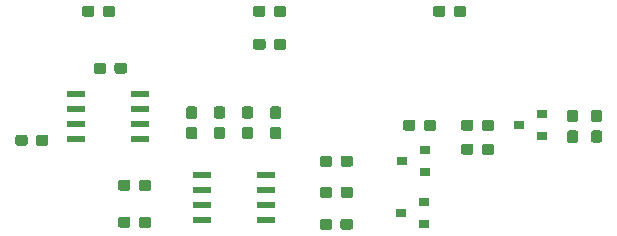
<source format=gbr>
G04 #@! TF.GenerationSoftware,KiCad,Pcbnew,(5.0.1)-4*
G04 #@! TF.CreationDate,2019-01-08T00:24:24+01:00*
G04 #@! TF.ProjectId,1U ADSR,315520414453522E6B696361645F7063,rev?*
G04 #@! TF.SameCoordinates,Original*
G04 #@! TF.FileFunction,Paste,Top*
G04 #@! TF.FilePolarity,Positive*
%FSLAX46Y46*%
G04 Gerber Fmt 4.6, Leading zero omitted, Abs format (unit mm)*
G04 Created by KiCad (PCBNEW (5.0.1)-4) date 01/08/19 00:24:24*
%MOMM*%
%LPD*%
G01*
G04 APERTURE LIST*
%ADD10C,0.100000*%
%ADD11C,0.950000*%
%ADD12R,0.900000X0.800000*%
%ADD13R,1.550000X0.600000*%
G04 APERTURE END LIST*
D10*
G04 #@! TO.C,C1*
G36*
X58175779Y-52866144D02*
X58198834Y-52869563D01*
X58221443Y-52875227D01*
X58243387Y-52883079D01*
X58264457Y-52893044D01*
X58284448Y-52905026D01*
X58303168Y-52918910D01*
X58320438Y-52934562D01*
X58336090Y-52951832D01*
X58349974Y-52970552D01*
X58361956Y-52990543D01*
X58371921Y-53011613D01*
X58379773Y-53033557D01*
X58385437Y-53056166D01*
X58388856Y-53079221D01*
X58390000Y-53102500D01*
X58390000Y-53577500D01*
X58388856Y-53600779D01*
X58385437Y-53623834D01*
X58379773Y-53646443D01*
X58371921Y-53668387D01*
X58361956Y-53689457D01*
X58349974Y-53709448D01*
X58336090Y-53728168D01*
X58320438Y-53745438D01*
X58303168Y-53761090D01*
X58284448Y-53774974D01*
X58264457Y-53786956D01*
X58243387Y-53796921D01*
X58221443Y-53804773D01*
X58198834Y-53810437D01*
X58175779Y-53813856D01*
X58152500Y-53815000D01*
X57577500Y-53815000D01*
X57554221Y-53813856D01*
X57531166Y-53810437D01*
X57508557Y-53804773D01*
X57486613Y-53796921D01*
X57465543Y-53786956D01*
X57445552Y-53774974D01*
X57426832Y-53761090D01*
X57409562Y-53745438D01*
X57393910Y-53728168D01*
X57380026Y-53709448D01*
X57368044Y-53689457D01*
X57358079Y-53668387D01*
X57350227Y-53646443D01*
X57344563Y-53623834D01*
X57341144Y-53600779D01*
X57340000Y-53577500D01*
X57340000Y-53102500D01*
X57341144Y-53079221D01*
X57344563Y-53056166D01*
X57350227Y-53033557D01*
X57358079Y-53011613D01*
X57368044Y-52990543D01*
X57380026Y-52970552D01*
X57393910Y-52951832D01*
X57409562Y-52934562D01*
X57426832Y-52918910D01*
X57445552Y-52905026D01*
X57465543Y-52893044D01*
X57486613Y-52883079D01*
X57508557Y-52875227D01*
X57531166Y-52869563D01*
X57554221Y-52866144D01*
X57577500Y-52865000D01*
X58152500Y-52865000D01*
X58175779Y-52866144D01*
X58175779Y-52866144D01*
G37*
D11*
X57865000Y-53340000D03*
D10*
G36*
X59925779Y-52866144D02*
X59948834Y-52869563D01*
X59971443Y-52875227D01*
X59993387Y-52883079D01*
X60014457Y-52893044D01*
X60034448Y-52905026D01*
X60053168Y-52918910D01*
X60070438Y-52934562D01*
X60086090Y-52951832D01*
X60099974Y-52970552D01*
X60111956Y-52990543D01*
X60121921Y-53011613D01*
X60129773Y-53033557D01*
X60135437Y-53056166D01*
X60138856Y-53079221D01*
X60140000Y-53102500D01*
X60140000Y-53577500D01*
X60138856Y-53600779D01*
X60135437Y-53623834D01*
X60129773Y-53646443D01*
X60121921Y-53668387D01*
X60111956Y-53689457D01*
X60099974Y-53709448D01*
X60086090Y-53728168D01*
X60070438Y-53745438D01*
X60053168Y-53761090D01*
X60034448Y-53774974D01*
X60014457Y-53786956D01*
X59993387Y-53796921D01*
X59971443Y-53804773D01*
X59948834Y-53810437D01*
X59925779Y-53813856D01*
X59902500Y-53815000D01*
X59327500Y-53815000D01*
X59304221Y-53813856D01*
X59281166Y-53810437D01*
X59258557Y-53804773D01*
X59236613Y-53796921D01*
X59215543Y-53786956D01*
X59195552Y-53774974D01*
X59176832Y-53761090D01*
X59159562Y-53745438D01*
X59143910Y-53728168D01*
X59130026Y-53709448D01*
X59118044Y-53689457D01*
X59108079Y-53668387D01*
X59100227Y-53646443D01*
X59094563Y-53623834D01*
X59091144Y-53600779D01*
X59090000Y-53577500D01*
X59090000Y-53102500D01*
X59091144Y-53079221D01*
X59094563Y-53056166D01*
X59100227Y-53033557D01*
X59108079Y-53011613D01*
X59118044Y-52990543D01*
X59130026Y-52970552D01*
X59143910Y-52951832D01*
X59159562Y-52934562D01*
X59176832Y-52918910D01*
X59195552Y-52905026D01*
X59215543Y-52893044D01*
X59236613Y-52883079D01*
X59258557Y-52875227D01*
X59281166Y-52869563D01*
X59304221Y-52866144D01*
X59327500Y-52865000D01*
X59902500Y-52865000D01*
X59925779Y-52866144D01*
X59925779Y-52866144D01*
G37*
D11*
X59615000Y-53340000D03*
G04 #@! TD*
D10*
G04 #@! TO.C,C2*
G36*
X41091779Y-54898144D02*
X41114834Y-54901563D01*
X41137443Y-54907227D01*
X41159387Y-54915079D01*
X41180457Y-54925044D01*
X41200448Y-54937026D01*
X41219168Y-54950910D01*
X41236438Y-54966562D01*
X41252090Y-54983832D01*
X41265974Y-55002552D01*
X41277956Y-55022543D01*
X41287921Y-55043613D01*
X41295773Y-55065557D01*
X41301437Y-55088166D01*
X41304856Y-55111221D01*
X41306000Y-55134500D01*
X41306000Y-55609500D01*
X41304856Y-55632779D01*
X41301437Y-55655834D01*
X41295773Y-55678443D01*
X41287921Y-55700387D01*
X41277956Y-55721457D01*
X41265974Y-55741448D01*
X41252090Y-55760168D01*
X41236438Y-55777438D01*
X41219168Y-55793090D01*
X41200448Y-55806974D01*
X41180457Y-55818956D01*
X41159387Y-55828921D01*
X41137443Y-55836773D01*
X41114834Y-55842437D01*
X41091779Y-55845856D01*
X41068500Y-55847000D01*
X40493500Y-55847000D01*
X40470221Y-55845856D01*
X40447166Y-55842437D01*
X40424557Y-55836773D01*
X40402613Y-55828921D01*
X40381543Y-55818956D01*
X40361552Y-55806974D01*
X40342832Y-55793090D01*
X40325562Y-55777438D01*
X40309910Y-55760168D01*
X40296026Y-55741448D01*
X40284044Y-55721457D01*
X40274079Y-55700387D01*
X40266227Y-55678443D01*
X40260563Y-55655834D01*
X40257144Y-55632779D01*
X40256000Y-55609500D01*
X40256000Y-55134500D01*
X40257144Y-55111221D01*
X40260563Y-55088166D01*
X40266227Y-55065557D01*
X40274079Y-55043613D01*
X40284044Y-55022543D01*
X40296026Y-55002552D01*
X40309910Y-54983832D01*
X40325562Y-54966562D01*
X40342832Y-54950910D01*
X40361552Y-54937026D01*
X40381543Y-54925044D01*
X40402613Y-54915079D01*
X40424557Y-54907227D01*
X40447166Y-54901563D01*
X40470221Y-54898144D01*
X40493500Y-54897000D01*
X41068500Y-54897000D01*
X41091779Y-54898144D01*
X41091779Y-54898144D01*
G37*
D11*
X40781000Y-55372000D03*
D10*
G36*
X42841779Y-54898144D02*
X42864834Y-54901563D01*
X42887443Y-54907227D01*
X42909387Y-54915079D01*
X42930457Y-54925044D01*
X42950448Y-54937026D01*
X42969168Y-54950910D01*
X42986438Y-54966562D01*
X43002090Y-54983832D01*
X43015974Y-55002552D01*
X43027956Y-55022543D01*
X43037921Y-55043613D01*
X43045773Y-55065557D01*
X43051437Y-55088166D01*
X43054856Y-55111221D01*
X43056000Y-55134500D01*
X43056000Y-55609500D01*
X43054856Y-55632779D01*
X43051437Y-55655834D01*
X43045773Y-55678443D01*
X43037921Y-55700387D01*
X43027956Y-55721457D01*
X43015974Y-55741448D01*
X43002090Y-55760168D01*
X42986438Y-55777438D01*
X42969168Y-55793090D01*
X42950448Y-55806974D01*
X42930457Y-55818956D01*
X42909387Y-55828921D01*
X42887443Y-55836773D01*
X42864834Y-55842437D01*
X42841779Y-55845856D01*
X42818500Y-55847000D01*
X42243500Y-55847000D01*
X42220221Y-55845856D01*
X42197166Y-55842437D01*
X42174557Y-55836773D01*
X42152613Y-55828921D01*
X42131543Y-55818956D01*
X42111552Y-55806974D01*
X42092832Y-55793090D01*
X42075562Y-55777438D01*
X42059910Y-55760168D01*
X42046026Y-55741448D01*
X42034044Y-55721457D01*
X42024079Y-55700387D01*
X42016227Y-55678443D01*
X42010563Y-55655834D01*
X42007144Y-55632779D01*
X42006000Y-55609500D01*
X42006000Y-55134500D01*
X42007144Y-55111221D01*
X42010563Y-55088166D01*
X42016227Y-55065557D01*
X42024079Y-55043613D01*
X42034044Y-55022543D01*
X42046026Y-55002552D01*
X42059910Y-54983832D01*
X42075562Y-54966562D01*
X42092832Y-54950910D01*
X42111552Y-54937026D01*
X42131543Y-54925044D01*
X42152613Y-54915079D01*
X42174557Y-54907227D01*
X42197166Y-54901563D01*
X42220221Y-54898144D01*
X42243500Y-54897000D01*
X42818500Y-54897000D01*
X42841779Y-54898144D01*
X42841779Y-54898144D01*
G37*
D11*
X42531000Y-55372000D03*
G04 #@! TD*
D10*
G04 #@! TO.C,C3*
G36*
X42841779Y-58030144D02*
X42864834Y-58033563D01*
X42887443Y-58039227D01*
X42909387Y-58047079D01*
X42930457Y-58057044D01*
X42950448Y-58069026D01*
X42969168Y-58082910D01*
X42986438Y-58098562D01*
X43002090Y-58115832D01*
X43015974Y-58134552D01*
X43027956Y-58154543D01*
X43037921Y-58175613D01*
X43045773Y-58197557D01*
X43051437Y-58220166D01*
X43054856Y-58243221D01*
X43056000Y-58266500D01*
X43056000Y-58741500D01*
X43054856Y-58764779D01*
X43051437Y-58787834D01*
X43045773Y-58810443D01*
X43037921Y-58832387D01*
X43027956Y-58853457D01*
X43015974Y-58873448D01*
X43002090Y-58892168D01*
X42986438Y-58909438D01*
X42969168Y-58925090D01*
X42950448Y-58938974D01*
X42930457Y-58950956D01*
X42909387Y-58960921D01*
X42887443Y-58968773D01*
X42864834Y-58974437D01*
X42841779Y-58977856D01*
X42818500Y-58979000D01*
X42243500Y-58979000D01*
X42220221Y-58977856D01*
X42197166Y-58974437D01*
X42174557Y-58968773D01*
X42152613Y-58960921D01*
X42131543Y-58950956D01*
X42111552Y-58938974D01*
X42092832Y-58925090D01*
X42075562Y-58909438D01*
X42059910Y-58892168D01*
X42046026Y-58873448D01*
X42034044Y-58853457D01*
X42024079Y-58832387D01*
X42016227Y-58810443D01*
X42010563Y-58787834D01*
X42007144Y-58764779D01*
X42006000Y-58741500D01*
X42006000Y-58266500D01*
X42007144Y-58243221D01*
X42010563Y-58220166D01*
X42016227Y-58197557D01*
X42024079Y-58175613D01*
X42034044Y-58154543D01*
X42046026Y-58134552D01*
X42059910Y-58115832D01*
X42075562Y-58098562D01*
X42092832Y-58082910D01*
X42111552Y-58069026D01*
X42131543Y-58057044D01*
X42152613Y-58047079D01*
X42174557Y-58039227D01*
X42197166Y-58033563D01*
X42220221Y-58030144D01*
X42243500Y-58029000D01*
X42818500Y-58029000D01*
X42841779Y-58030144D01*
X42841779Y-58030144D01*
G37*
D11*
X42531000Y-58504000D03*
D10*
G36*
X41091779Y-58030144D02*
X41114834Y-58033563D01*
X41137443Y-58039227D01*
X41159387Y-58047079D01*
X41180457Y-58057044D01*
X41200448Y-58069026D01*
X41219168Y-58082910D01*
X41236438Y-58098562D01*
X41252090Y-58115832D01*
X41265974Y-58134552D01*
X41277956Y-58154543D01*
X41287921Y-58175613D01*
X41295773Y-58197557D01*
X41301437Y-58220166D01*
X41304856Y-58243221D01*
X41306000Y-58266500D01*
X41306000Y-58741500D01*
X41304856Y-58764779D01*
X41301437Y-58787834D01*
X41295773Y-58810443D01*
X41287921Y-58832387D01*
X41277956Y-58853457D01*
X41265974Y-58873448D01*
X41252090Y-58892168D01*
X41236438Y-58909438D01*
X41219168Y-58925090D01*
X41200448Y-58938974D01*
X41180457Y-58950956D01*
X41159387Y-58960921D01*
X41137443Y-58968773D01*
X41114834Y-58974437D01*
X41091779Y-58977856D01*
X41068500Y-58979000D01*
X40493500Y-58979000D01*
X40470221Y-58977856D01*
X40447166Y-58974437D01*
X40424557Y-58968773D01*
X40402613Y-58960921D01*
X40381543Y-58950956D01*
X40361552Y-58938974D01*
X40342832Y-58925090D01*
X40325562Y-58909438D01*
X40309910Y-58892168D01*
X40296026Y-58873448D01*
X40284044Y-58853457D01*
X40274079Y-58832387D01*
X40266227Y-58810443D01*
X40260563Y-58787834D01*
X40257144Y-58764779D01*
X40256000Y-58741500D01*
X40256000Y-58266500D01*
X40257144Y-58243221D01*
X40260563Y-58220166D01*
X40266227Y-58197557D01*
X40274079Y-58175613D01*
X40284044Y-58154543D01*
X40296026Y-58134552D01*
X40309910Y-58115832D01*
X40325562Y-58098562D01*
X40342832Y-58082910D01*
X40361552Y-58069026D01*
X40381543Y-58057044D01*
X40402613Y-58047079D01*
X40424557Y-58039227D01*
X40447166Y-58033563D01*
X40470221Y-58030144D01*
X40493500Y-58029000D01*
X41068500Y-58029000D01*
X41091779Y-58030144D01*
X41091779Y-58030144D01*
G37*
D11*
X40781000Y-58504000D03*
G04 #@! TD*
D10*
G04 #@! TO.C,C4*
G36*
X32389779Y-51088144D02*
X32412834Y-51091563D01*
X32435443Y-51097227D01*
X32457387Y-51105079D01*
X32478457Y-51115044D01*
X32498448Y-51127026D01*
X32517168Y-51140910D01*
X32534438Y-51156562D01*
X32550090Y-51173832D01*
X32563974Y-51192552D01*
X32575956Y-51212543D01*
X32585921Y-51233613D01*
X32593773Y-51255557D01*
X32599437Y-51278166D01*
X32602856Y-51301221D01*
X32604000Y-51324500D01*
X32604000Y-51799500D01*
X32602856Y-51822779D01*
X32599437Y-51845834D01*
X32593773Y-51868443D01*
X32585921Y-51890387D01*
X32575956Y-51911457D01*
X32563974Y-51931448D01*
X32550090Y-51950168D01*
X32534438Y-51967438D01*
X32517168Y-51983090D01*
X32498448Y-51996974D01*
X32478457Y-52008956D01*
X32457387Y-52018921D01*
X32435443Y-52026773D01*
X32412834Y-52032437D01*
X32389779Y-52035856D01*
X32366500Y-52037000D01*
X31791500Y-52037000D01*
X31768221Y-52035856D01*
X31745166Y-52032437D01*
X31722557Y-52026773D01*
X31700613Y-52018921D01*
X31679543Y-52008956D01*
X31659552Y-51996974D01*
X31640832Y-51983090D01*
X31623562Y-51967438D01*
X31607910Y-51950168D01*
X31594026Y-51931448D01*
X31582044Y-51911457D01*
X31572079Y-51890387D01*
X31564227Y-51868443D01*
X31558563Y-51845834D01*
X31555144Y-51822779D01*
X31554000Y-51799500D01*
X31554000Y-51324500D01*
X31555144Y-51301221D01*
X31558563Y-51278166D01*
X31564227Y-51255557D01*
X31572079Y-51233613D01*
X31582044Y-51212543D01*
X31594026Y-51192552D01*
X31607910Y-51173832D01*
X31623562Y-51156562D01*
X31640832Y-51140910D01*
X31659552Y-51127026D01*
X31679543Y-51115044D01*
X31700613Y-51105079D01*
X31722557Y-51097227D01*
X31745166Y-51091563D01*
X31768221Y-51088144D01*
X31791500Y-51087000D01*
X32366500Y-51087000D01*
X32389779Y-51088144D01*
X32389779Y-51088144D01*
G37*
D11*
X32079000Y-51562000D03*
D10*
G36*
X34139779Y-51088144D02*
X34162834Y-51091563D01*
X34185443Y-51097227D01*
X34207387Y-51105079D01*
X34228457Y-51115044D01*
X34248448Y-51127026D01*
X34267168Y-51140910D01*
X34284438Y-51156562D01*
X34300090Y-51173832D01*
X34313974Y-51192552D01*
X34325956Y-51212543D01*
X34335921Y-51233613D01*
X34343773Y-51255557D01*
X34349437Y-51278166D01*
X34352856Y-51301221D01*
X34354000Y-51324500D01*
X34354000Y-51799500D01*
X34352856Y-51822779D01*
X34349437Y-51845834D01*
X34343773Y-51868443D01*
X34335921Y-51890387D01*
X34325956Y-51911457D01*
X34313974Y-51931448D01*
X34300090Y-51950168D01*
X34284438Y-51967438D01*
X34267168Y-51983090D01*
X34248448Y-51996974D01*
X34228457Y-52008956D01*
X34207387Y-52018921D01*
X34185443Y-52026773D01*
X34162834Y-52032437D01*
X34139779Y-52035856D01*
X34116500Y-52037000D01*
X33541500Y-52037000D01*
X33518221Y-52035856D01*
X33495166Y-52032437D01*
X33472557Y-52026773D01*
X33450613Y-52018921D01*
X33429543Y-52008956D01*
X33409552Y-51996974D01*
X33390832Y-51983090D01*
X33373562Y-51967438D01*
X33357910Y-51950168D01*
X33344026Y-51931448D01*
X33332044Y-51911457D01*
X33322079Y-51890387D01*
X33314227Y-51868443D01*
X33308563Y-51845834D01*
X33305144Y-51822779D01*
X33304000Y-51799500D01*
X33304000Y-51324500D01*
X33305144Y-51301221D01*
X33308563Y-51278166D01*
X33314227Y-51255557D01*
X33322079Y-51233613D01*
X33332044Y-51212543D01*
X33344026Y-51192552D01*
X33357910Y-51173832D01*
X33373562Y-51156562D01*
X33390832Y-51140910D01*
X33409552Y-51127026D01*
X33429543Y-51115044D01*
X33450613Y-51105079D01*
X33472557Y-51097227D01*
X33495166Y-51091563D01*
X33518221Y-51088144D01*
X33541500Y-51087000D01*
X34116500Y-51087000D01*
X34139779Y-51088144D01*
X34139779Y-51088144D01*
G37*
D11*
X33829000Y-51562000D03*
G04 #@! TD*
D10*
G04 #@! TO.C,C5*
G36*
X39038579Y-44992144D02*
X39061634Y-44995563D01*
X39084243Y-45001227D01*
X39106187Y-45009079D01*
X39127257Y-45019044D01*
X39147248Y-45031026D01*
X39165968Y-45044910D01*
X39183238Y-45060562D01*
X39198890Y-45077832D01*
X39212774Y-45096552D01*
X39224756Y-45116543D01*
X39234721Y-45137613D01*
X39242573Y-45159557D01*
X39248237Y-45182166D01*
X39251656Y-45205221D01*
X39252800Y-45228500D01*
X39252800Y-45703500D01*
X39251656Y-45726779D01*
X39248237Y-45749834D01*
X39242573Y-45772443D01*
X39234721Y-45794387D01*
X39224756Y-45815457D01*
X39212774Y-45835448D01*
X39198890Y-45854168D01*
X39183238Y-45871438D01*
X39165968Y-45887090D01*
X39147248Y-45900974D01*
X39127257Y-45912956D01*
X39106187Y-45922921D01*
X39084243Y-45930773D01*
X39061634Y-45936437D01*
X39038579Y-45939856D01*
X39015300Y-45941000D01*
X38440300Y-45941000D01*
X38417021Y-45939856D01*
X38393966Y-45936437D01*
X38371357Y-45930773D01*
X38349413Y-45922921D01*
X38328343Y-45912956D01*
X38308352Y-45900974D01*
X38289632Y-45887090D01*
X38272362Y-45871438D01*
X38256710Y-45854168D01*
X38242826Y-45835448D01*
X38230844Y-45815457D01*
X38220879Y-45794387D01*
X38213027Y-45772443D01*
X38207363Y-45749834D01*
X38203944Y-45726779D01*
X38202800Y-45703500D01*
X38202800Y-45228500D01*
X38203944Y-45205221D01*
X38207363Y-45182166D01*
X38213027Y-45159557D01*
X38220879Y-45137613D01*
X38230844Y-45116543D01*
X38242826Y-45096552D01*
X38256710Y-45077832D01*
X38272362Y-45060562D01*
X38289632Y-45044910D01*
X38308352Y-45031026D01*
X38328343Y-45019044D01*
X38349413Y-45009079D01*
X38371357Y-45001227D01*
X38393966Y-44995563D01*
X38417021Y-44992144D01*
X38440300Y-44991000D01*
X39015300Y-44991000D01*
X39038579Y-44992144D01*
X39038579Y-44992144D01*
G37*
D11*
X38727800Y-45466000D03*
D10*
G36*
X40788579Y-44992144D02*
X40811634Y-44995563D01*
X40834243Y-45001227D01*
X40856187Y-45009079D01*
X40877257Y-45019044D01*
X40897248Y-45031026D01*
X40915968Y-45044910D01*
X40933238Y-45060562D01*
X40948890Y-45077832D01*
X40962774Y-45096552D01*
X40974756Y-45116543D01*
X40984721Y-45137613D01*
X40992573Y-45159557D01*
X40998237Y-45182166D01*
X41001656Y-45205221D01*
X41002800Y-45228500D01*
X41002800Y-45703500D01*
X41001656Y-45726779D01*
X40998237Y-45749834D01*
X40992573Y-45772443D01*
X40984721Y-45794387D01*
X40974756Y-45815457D01*
X40962774Y-45835448D01*
X40948890Y-45854168D01*
X40933238Y-45871438D01*
X40915968Y-45887090D01*
X40897248Y-45900974D01*
X40877257Y-45912956D01*
X40856187Y-45922921D01*
X40834243Y-45930773D01*
X40811634Y-45936437D01*
X40788579Y-45939856D01*
X40765300Y-45941000D01*
X40190300Y-45941000D01*
X40167021Y-45939856D01*
X40143966Y-45936437D01*
X40121357Y-45930773D01*
X40099413Y-45922921D01*
X40078343Y-45912956D01*
X40058352Y-45900974D01*
X40039632Y-45887090D01*
X40022362Y-45871438D01*
X40006710Y-45854168D01*
X39992826Y-45835448D01*
X39980844Y-45815457D01*
X39970879Y-45794387D01*
X39963027Y-45772443D01*
X39957363Y-45749834D01*
X39953944Y-45726779D01*
X39952800Y-45703500D01*
X39952800Y-45228500D01*
X39953944Y-45205221D01*
X39957363Y-45182166D01*
X39963027Y-45159557D01*
X39970879Y-45137613D01*
X39980844Y-45116543D01*
X39992826Y-45096552D01*
X40006710Y-45077832D01*
X40022362Y-45060562D01*
X40039632Y-45044910D01*
X40058352Y-45031026D01*
X40078343Y-45019044D01*
X40099413Y-45009079D01*
X40121357Y-45001227D01*
X40143966Y-44995563D01*
X40167021Y-44992144D01*
X40190300Y-44991000D01*
X40765300Y-44991000D01*
X40788579Y-44992144D01*
X40788579Y-44992144D01*
G37*
D11*
X40477800Y-45466000D03*
G04 #@! TD*
D10*
G04 #@! TO.C,D1*
G36*
X79000779Y-50731144D02*
X79023834Y-50734563D01*
X79046443Y-50740227D01*
X79068387Y-50748079D01*
X79089457Y-50758044D01*
X79109448Y-50770026D01*
X79128168Y-50783910D01*
X79145438Y-50799562D01*
X79161090Y-50816832D01*
X79174974Y-50835552D01*
X79186956Y-50855543D01*
X79196921Y-50876613D01*
X79204773Y-50898557D01*
X79210437Y-50921166D01*
X79213856Y-50944221D01*
X79215000Y-50967500D01*
X79215000Y-51542500D01*
X79213856Y-51565779D01*
X79210437Y-51588834D01*
X79204773Y-51611443D01*
X79196921Y-51633387D01*
X79186956Y-51654457D01*
X79174974Y-51674448D01*
X79161090Y-51693168D01*
X79145438Y-51710438D01*
X79128168Y-51726090D01*
X79109448Y-51739974D01*
X79089457Y-51751956D01*
X79068387Y-51761921D01*
X79046443Y-51769773D01*
X79023834Y-51775437D01*
X79000779Y-51778856D01*
X78977500Y-51780000D01*
X78502500Y-51780000D01*
X78479221Y-51778856D01*
X78456166Y-51775437D01*
X78433557Y-51769773D01*
X78411613Y-51761921D01*
X78390543Y-51751956D01*
X78370552Y-51739974D01*
X78351832Y-51726090D01*
X78334562Y-51710438D01*
X78318910Y-51693168D01*
X78305026Y-51674448D01*
X78293044Y-51654457D01*
X78283079Y-51633387D01*
X78275227Y-51611443D01*
X78269563Y-51588834D01*
X78266144Y-51565779D01*
X78265000Y-51542500D01*
X78265000Y-50967500D01*
X78266144Y-50944221D01*
X78269563Y-50921166D01*
X78275227Y-50898557D01*
X78283079Y-50876613D01*
X78293044Y-50855543D01*
X78305026Y-50835552D01*
X78318910Y-50816832D01*
X78334562Y-50799562D01*
X78351832Y-50783910D01*
X78370552Y-50770026D01*
X78390543Y-50758044D01*
X78411613Y-50748079D01*
X78433557Y-50740227D01*
X78456166Y-50734563D01*
X78479221Y-50731144D01*
X78502500Y-50730000D01*
X78977500Y-50730000D01*
X79000779Y-50731144D01*
X79000779Y-50731144D01*
G37*
D11*
X78740000Y-51255000D03*
D10*
G36*
X79000779Y-48981144D02*
X79023834Y-48984563D01*
X79046443Y-48990227D01*
X79068387Y-48998079D01*
X79089457Y-49008044D01*
X79109448Y-49020026D01*
X79128168Y-49033910D01*
X79145438Y-49049562D01*
X79161090Y-49066832D01*
X79174974Y-49085552D01*
X79186956Y-49105543D01*
X79196921Y-49126613D01*
X79204773Y-49148557D01*
X79210437Y-49171166D01*
X79213856Y-49194221D01*
X79215000Y-49217500D01*
X79215000Y-49792500D01*
X79213856Y-49815779D01*
X79210437Y-49838834D01*
X79204773Y-49861443D01*
X79196921Y-49883387D01*
X79186956Y-49904457D01*
X79174974Y-49924448D01*
X79161090Y-49943168D01*
X79145438Y-49960438D01*
X79128168Y-49976090D01*
X79109448Y-49989974D01*
X79089457Y-50001956D01*
X79068387Y-50011921D01*
X79046443Y-50019773D01*
X79023834Y-50025437D01*
X79000779Y-50028856D01*
X78977500Y-50030000D01*
X78502500Y-50030000D01*
X78479221Y-50028856D01*
X78456166Y-50025437D01*
X78433557Y-50019773D01*
X78411613Y-50011921D01*
X78390543Y-50001956D01*
X78370552Y-49989974D01*
X78351832Y-49976090D01*
X78334562Y-49960438D01*
X78318910Y-49943168D01*
X78305026Y-49924448D01*
X78293044Y-49904457D01*
X78283079Y-49883387D01*
X78275227Y-49861443D01*
X78269563Y-49838834D01*
X78266144Y-49815779D01*
X78265000Y-49792500D01*
X78265000Y-49217500D01*
X78266144Y-49194221D01*
X78269563Y-49171166D01*
X78275227Y-49148557D01*
X78283079Y-49126613D01*
X78293044Y-49105543D01*
X78305026Y-49085552D01*
X78318910Y-49066832D01*
X78334562Y-49049562D01*
X78351832Y-49033910D01*
X78370552Y-49020026D01*
X78390543Y-49008044D01*
X78411613Y-48998079D01*
X78433557Y-48990227D01*
X78456166Y-48984563D01*
X78479221Y-48981144D01*
X78502500Y-48980000D01*
X78977500Y-48980000D01*
X79000779Y-48981144D01*
X79000779Y-48981144D01*
G37*
D11*
X78740000Y-49505000D03*
G04 #@! TD*
D10*
G04 #@! TO.C,D2*
G36*
X58175779Y-55500644D02*
X58198834Y-55504063D01*
X58221443Y-55509727D01*
X58243387Y-55517579D01*
X58264457Y-55527544D01*
X58284448Y-55539526D01*
X58303168Y-55553410D01*
X58320438Y-55569062D01*
X58336090Y-55586332D01*
X58349974Y-55605052D01*
X58361956Y-55625043D01*
X58371921Y-55646113D01*
X58379773Y-55668057D01*
X58385437Y-55690666D01*
X58388856Y-55713721D01*
X58390000Y-55737000D01*
X58390000Y-56212000D01*
X58388856Y-56235279D01*
X58385437Y-56258334D01*
X58379773Y-56280943D01*
X58371921Y-56302887D01*
X58361956Y-56323957D01*
X58349974Y-56343948D01*
X58336090Y-56362668D01*
X58320438Y-56379938D01*
X58303168Y-56395590D01*
X58284448Y-56409474D01*
X58264457Y-56421456D01*
X58243387Y-56431421D01*
X58221443Y-56439273D01*
X58198834Y-56444937D01*
X58175779Y-56448356D01*
X58152500Y-56449500D01*
X57577500Y-56449500D01*
X57554221Y-56448356D01*
X57531166Y-56444937D01*
X57508557Y-56439273D01*
X57486613Y-56431421D01*
X57465543Y-56421456D01*
X57445552Y-56409474D01*
X57426832Y-56395590D01*
X57409562Y-56379938D01*
X57393910Y-56362668D01*
X57380026Y-56343948D01*
X57368044Y-56323957D01*
X57358079Y-56302887D01*
X57350227Y-56280943D01*
X57344563Y-56258334D01*
X57341144Y-56235279D01*
X57340000Y-56212000D01*
X57340000Y-55737000D01*
X57341144Y-55713721D01*
X57344563Y-55690666D01*
X57350227Y-55668057D01*
X57358079Y-55646113D01*
X57368044Y-55625043D01*
X57380026Y-55605052D01*
X57393910Y-55586332D01*
X57409562Y-55569062D01*
X57426832Y-55553410D01*
X57445552Y-55539526D01*
X57465543Y-55527544D01*
X57486613Y-55517579D01*
X57508557Y-55509727D01*
X57531166Y-55504063D01*
X57554221Y-55500644D01*
X57577500Y-55499500D01*
X58152500Y-55499500D01*
X58175779Y-55500644D01*
X58175779Y-55500644D01*
G37*
D11*
X57865000Y-55974500D03*
D10*
G36*
X59925779Y-55500644D02*
X59948834Y-55504063D01*
X59971443Y-55509727D01*
X59993387Y-55517579D01*
X60014457Y-55527544D01*
X60034448Y-55539526D01*
X60053168Y-55553410D01*
X60070438Y-55569062D01*
X60086090Y-55586332D01*
X60099974Y-55605052D01*
X60111956Y-55625043D01*
X60121921Y-55646113D01*
X60129773Y-55668057D01*
X60135437Y-55690666D01*
X60138856Y-55713721D01*
X60140000Y-55737000D01*
X60140000Y-56212000D01*
X60138856Y-56235279D01*
X60135437Y-56258334D01*
X60129773Y-56280943D01*
X60121921Y-56302887D01*
X60111956Y-56323957D01*
X60099974Y-56343948D01*
X60086090Y-56362668D01*
X60070438Y-56379938D01*
X60053168Y-56395590D01*
X60034448Y-56409474D01*
X60014457Y-56421456D01*
X59993387Y-56431421D01*
X59971443Y-56439273D01*
X59948834Y-56444937D01*
X59925779Y-56448356D01*
X59902500Y-56449500D01*
X59327500Y-56449500D01*
X59304221Y-56448356D01*
X59281166Y-56444937D01*
X59258557Y-56439273D01*
X59236613Y-56431421D01*
X59215543Y-56421456D01*
X59195552Y-56409474D01*
X59176832Y-56395590D01*
X59159562Y-56379938D01*
X59143910Y-56362668D01*
X59130026Y-56343948D01*
X59118044Y-56323957D01*
X59108079Y-56302887D01*
X59100227Y-56280943D01*
X59094563Y-56258334D01*
X59091144Y-56235279D01*
X59090000Y-56212000D01*
X59090000Y-55737000D01*
X59091144Y-55713721D01*
X59094563Y-55690666D01*
X59100227Y-55668057D01*
X59108079Y-55646113D01*
X59118044Y-55625043D01*
X59130026Y-55605052D01*
X59143910Y-55586332D01*
X59159562Y-55569062D01*
X59176832Y-55553410D01*
X59195552Y-55539526D01*
X59215543Y-55527544D01*
X59236613Y-55517579D01*
X59258557Y-55509727D01*
X59281166Y-55504063D01*
X59304221Y-55500644D01*
X59327500Y-55499500D01*
X59902500Y-55499500D01*
X59925779Y-55500644D01*
X59925779Y-55500644D01*
G37*
D11*
X59615000Y-55974500D03*
G04 #@! TD*
D10*
G04 #@! TO.C,D3*
G36*
X39793779Y-40166144D02*
X39816834Y-40169563D01*
X39839443Y-40175227D01*
X39861387Y-40183079D01*
X39882457Y-40193044D01*
X39902448Y-40205026D01*
X39921168Y-40218910D01*
X39938438Y-40234562D01*
X39954090Y-40251832D01*
X39967974Y-40270552D01*
X39979956Y-40290543D01*
X39989921Y-40311613D01*
X39997773Y-40333557D01*
X40003437Y-40356166D01*
X40006856Y-40379221D01*
X40008000Y-40402500D01*
X40008000Y-40877500D01*
X40006856Y-40900779D01*
X40003437Y-40923834D01*
X39997773Y-40946443D01*
X39989921Y-40968387D01*
X39979956Y-40989457D01*
X39967974Y-41009448D01*
X39954090Y-41028168D01*
X39938438Y-41045438D01*
X39921168Y-41061090D01*
X39902448Y-41074974D01*
X39882457Y-41086956D01*
X39861387Y-41096921D01*
X39839443Y-41104773D01*
X39816834Y-41110437D01*
X39793779Y-41113856D01*
X39770500Y-41115000D01*
X39195500Y-41115000D01*
X39172221Y-41113856D01*
X39149166Y-41110437D01*
X39126557Y-41104773D01*
X39104613Y-41096921D01*
X39083543Y-41086956D01*
X39063552Y-41074974D01*
X39044832Y-41061090D01*
X39027562Y-41045438D01*
X39011910Y-41028168D01*
X38998026Y-41009448D01*
X38986044Y-40989457D01*
X38976079Y-40968387D01*
X38968227Y-40946443D01*
X38962563Y-40923834D01*
X38959144Y-40900779D01*
X38958000Y-40877500D01*
X38958000Y-40402500D01*
X38959144Y-40379221D01*
X38962563Y-40356166D01*
X38968227Y-40333557D01*
X38976079Y-40311613D01*
X38986044Y-40290543D01*
X38998026Y-40270552D01*
X39011910Y-40251832D01*
X39027562Y-40234562D01*
X39044832Y-40218910D01*
X39063552Y-40205026D01*
X39083543Y-40193044D01*
X39104613Y-40183079D01*
X39126557Y-40175227D01*
X39149166Y-40169563D01*
X39172221Y-40166144D01*
X39195500Y-40165000D01*
X39770500Y-40165000D01*
X39793779Y-40166144D01*
X39793779Y-40166144D01*
G37*
D11*
X39483000Y-40640000D03*
D10*
G36*
X38043779Y-40166144D02*
X38066834Y-40169563D01*
X38089443Y-40175227D01*
X38111387Y-40183079D01*
X38132457Y-40193044D01*
X38152448Y-40205026D01*
X38171168Y-40218910D01*
X38188438Y-40234562D01*
X38204090Y-40251832D01*
X38217974Y-40270552D01*
X38229956Y-40290543D01*
X38239921Y-40311613D01*
X38247773Y-40333557D01*
X38253437Y-40356166D01*
X38256856Y-40379221D01*
X38258000Y-40402500D01*
X38258000Y-40877500D01*
X38256856Y-40900779D01*
X38253437Y-40923834D01*
X38247773Y-40946443D01*
X38239921Y-40968387D01*
X38229956Y-40989457D01*
X38217974Y-41009448D01*
X38204090Y-41028168D01*
X38188438Y-41045438D01*
X38171168Y-41061090D01*
X38152448Y-41074974D01*
X38132457Y-41086956D01*
X38111387Y-41096921D01*
X38089443Y-41104773D01*
X38066834Y-41110437D01*
X38043779Y-41113856D01*
X38020500Y-41115000D01*
X37445500Y-41115000D01*
X37422221Y-41113856D01*
X37399166Y-41110437D01*
X37376557Y-41104773D01*
X37354613Y-41096921D01*
X37333543Y-41086956D01*
X37313552Y-41074974D01*
X37294832Y-41061090D01*
X37277562Y-41045438D01*
X37261910Y-41028168D01*
X37248026Y-41009448D01*
X37236044Y-40989457D01*
X37226079Y-40968387D01*
X37218227Y-40946443D01*
X37212563Y-40923834D01*
X37209144Y-40900779D01*
X37208000Y-40877500D01*
X37208000Y-40402500D01*
X37209144Y-40379221D01*
X37212563Y-40356166D01*
X37218227Y-40333557D01*
X37226079Y-40311613D01*
X37236044Y-40290543D01*
X37248026Y-40270552D01*
X37261910Y-40251832D01*
X37277562Y-40234562D01*
X37294832Y-40218910D01*
X37313552Y-40205026D01*
X37333543Y-40193044D01*
X37354613Y-40183079D01*
X37376557Y-40175227D01*
X37399166Y-40169563D01*
X37422221Y-40166144D01*
X37445500Y-40165000D01*
X38020500Y-40165000D01*
X38043779Y-40166144D01*
X38043779Y-40166144D01*
G37*
D11*
X37733000Y-40640000D03*
G04 #@! TD*
D10*
G04 #@! TO.C,D4*
G36*
X69511779Y-40166144D02*
X69534834Y-40169563D01*
X69557443Y-40175227D01*
X69579387Y-40183079D01*
X69600457Y-40193044D01*
X69620448Y-40205026D01*
X69639168Y-40218910D01*
X69656438Y-40234562D01*
X69672090Y-40251832D01*
X69685974Y-40270552D01*
X69697956Y-40290543D01*
X69707921Y-40311613D01*
X69715773Y-40333557D01*
X69721437Y-40356166D01*
X69724856Y-40379221D01*
X69726000Y-40402500D01*
X69726000Y-40877500D01*
X69724856Y-40900779D01*
X69721437Y-40923834D01*
X69715773Y-40946443D01*
X69707921Y-40968387D01*
X69697956Y-40989457D01*
X69685974Y-41009448D01*
X69672090Y-41028168D01*
X69656438Y-41045438D01*
X69639168Y-41061090D01*
X69620448Y-41074974D01*
X69600457Y-41086956D01*
X69579387Y-41096921D01*
X69557443Y-41104773D01*
X69534834Y-41110437D01*
X69511779Y-41113856D01*
X69488500Y-41115000D01*
X68913500Y-41115000D01*
X68890221Y-41113856D01*
X68867166Y-41110437D01*
X68844557Y-41104773D01*
X68822613Y-41096921D01*
X68801543Y-41086956D01*
X68781552Y-41074974D01*
X68762832Y-41061090D01*
X68745562Y-41045438D01*
X68729910Y-41028168D01*
X68716026Y-41009448D01*
X68704044Y-40989457D01*
X68694079Y-40968387D01*
X68686227Y-40946443D01*
X68680563Y-40923834D01*
X68677144Y-40900779D01*
X68676000Y-40877500D01*
X68676000Y-40402500D01*
X68677144Y-40379221D01*
X68680563Y-40356166D01*
X68686227Y-40333557D01*
X68694079Y-40311613D01*
X68704044Y-40290543D01*
X68716026Y-40270552D01*
X68729910Y-40251832D01*
X68745562Y-40234562D01*
X68762832Y-40218910D01*
X68781552Y-40205026D01*
X68801543Y-40193044D01*
X68822613Y-40183079D01*
X68844557Y-40175227D01*
X68867166Y-40169563D01*
X68890221Y-40166144D01*
X68913500Y-40165000D01*
X69488500Y-40165000D01*
X69511779Y-40166144D01*
X69511779Y-40166144D01*
G37*
D11*
X69201000Y-40640000D03*
D10*
G36*
X67761779Y-40166144D02*
X67784834Y-40169563D01*
X67807443Y-40175227D01*
X67829387Y-40183079D01*
X67850457Y-40193044D01*
X67870448Y-40205026D01*
X67889168Y-40218910D01*
X67906438Y-40234562D01*
X67922090Y-40251832D01*
X67935974Y-40270552D01*
X67947956Y-40290543D01*
X67957921Y-40311613D01*
X67965773Y-40333557D01*
X67971437Y-40356166D01*
X67974856Y-40379221D01*
X67976000Y-40402500D01*
X67976000Y-40877500D01*
X67974856Y-40900779D01*
X67971437Y-40923834D01*
X67965773Y-40946443D01*
X67957921Y-40968387D01*
X67947956Y-40989457D01*
X67935974Y-41009448D01*
X67922090Y-41028168D01*
X67906438Y-41045438D01*
X67889168Y-41061090D01*
X67870448Y-41074974D01*
X67850457Y-41086956D01*
X67829387Y-41096921D01*
X67807443Y-41104773D01*
X67784834Y-41110437D01*
X67761779Y-41113856D01*
X67738500Y-41115000D01*
X67163500Y-41115000D01*
X67140221Y-41113856D01*
X67117166Y-41110437D01*
X67094557Y-41104773D01*
X67072613Y-41096921D01*
X67051543Y-41086956D01*
X67031552Y-41074974D01*
X67012832Y-41061090D01*
X66995562Y-41045438D01*
X66979910Y-41028168D01*
X66966026Y-41009448D01*
X66954044Y-40989457D01*
X66944079Y-40968387D01*
X66936227Y-40946443D01*
X66930563Y-40923834D01*
X66927144Y-40900779D01*
X66926000Y-40877500D01*
X66926000Y-40402500D01*
X66927144Y-40379221D01*
X66930563Y-40356166D01*
X66936227Y-40333557D01*
X66944079Y-40311613D01*
X66954044Y-40290543D01*
X66966026Y-40270552D01*
X66979910Y-40251832D01*
X66995562Y-40234562D01*
X67012832Y-40218910D01*
X67031552Y-40205026D01*
X67051543Y-40193044D01*
X67072613Y-40183079D01*
X67094557Y-40175227D01*
X67117166Y-40169563D01*
X67140221Y-40166144D01*
X67163500Y-40165000D01*
X67738500Y-40165000D01*
X67761779Y-40166144D01*
X67761779Y-40166144D01*
G37*
D11*
X67451000Y-40640000D03*
G04 #@! TD*
D10*
G04 #@! TO.C,D5*
G36*
X54271779Y-40166144D02*
X54294834Y-40169563D01*
X54317443Y-40175227D01*
X54339387Y-40183079D01*
X54360457Y-40193044D01*
X54380448Y-40205026D01*
X54399168Y-40218910D01*
X54416438Y-40234562D01*
X54432090Y-40251832D01*
X54445974Y-40270552D01*
X54457956Y-40290543D01*
X54467921Y-40311613D01*
X54475773Y-40333557D01*
X54481437Y-40356166D01*
X54484856Y-40379221D01*
X54486000Y-40402500D01*
X54486000Y-40877500D01*
X54484856Y-40900779D01*
X54481437Y-40923834D01*
X54475773Y-40946443D01*
X54467921Y-40968387D01*
X54457956Y-40989457D01*
X54445974Y-41009448D01*
X54432090Y-41028168D01*
X54416438Y-41045438D01*
X54399168Y-41061090D01*
X54380448Y-41074974D01*
X54360457Y-41086956D01*
X54339387Y-41096921D01*
X54317443Y-41104773D01*
X54294834Y-41110437D01*
X54271779Y-41113856D01*
X54248500Y-41115000D01*
X53673500Y-41115000D01*
X53650221Y-41113856D01*
X53627166Y-41110437D01*
X53604557Y-41104773D01*
X53582613Y-41096921D01*
X53561543Y-41086956D01*
X53541552Y-41074974D01*
X53522832Y-41061090D01*
X53505562Y-41045438D01*
X53489910Y-41028168D01*
X53476026Y-41009448D01*
X53464044Y-40989457D01*
X53454079Y-40968387D01*
X53446227Y-40946443D01*
X53440563Y-40923834D01*
X53437144Y-40900779D01*
X53436000Y-40877500D01*
X53436000Y-40402500D01*
X53437144Y-40379221D01*
X53440563Y-40356166D01*
X53446227Y-40333557D01*
X53454079Y-40311613D01*
X53464044Y-40290543D01*
X53476026Y-40270552D01*
X53489910Y-40251832D01*
X53505562Y-40234562D01*
X53522832Y-40218910D01*
X53541552Y-40205026D01*
X53561543Y-40193044D01*
X53582613Y-40183079D01*
X53604557Y-40175227D01*
X53627166Y-40169563D01*
X53650221Y-40166144D01*
X53673500Y-40165000D01*
X54248500Y-40165000D01*
X54271779Y-40166144D01*
X54271779Y-40166144D01*
G37*
D11*
X53961000Y-40640000D03*
D10*
G36*
X52521779Y-40166144D02*
X52544834Y-40169563D01*
X52567443Y-40175227D01*
X52589387Y-40183079D01*
X52610457Y-40193044D01*
X52630448Y-40205026D01*
X52649168Y-40218910D01*
X52666438Y-40234562D01*
X52682090Y-40251832D01*
X52695974Y-40270552D01*
X52707956Y-40290543D01*
X52717921Y-40311613D01*
X52725773Y-40333557D01*
X52731437Y-40356166D01*
X52734856Y-40379221D01*
X52736000Y-40402500D01*
X52736000Y-40877500D01*
X52734856Y-40900779D01*
X52731437Y-40923834D01*
X52725773Y-40946443D01*
X52717921Y-40968387D01*
X52707956Y-40989457D01*
X52695974Y-41009448D01*
X52682090Y-41028168D01*
X52666438Y-41045438D01*
X52649168Y-41061090D01*
X52630448Y-41074974D01*
X52610457Y-41086956D01*
X52589387Y-41096921D01*
X52567443Y-41104773D01*
X52544834Y-41110437D01*
X52521779Y-41113856D01*
X52498500Y-41115000D01*
X51923500Y-41115000D01*
X51900221Y-41113856D01*
X51877166Y-41110437D01*
X51854557Y-41104773D01*
X51832613Y-41096921D01*
X51811543Y-41086956D01*
X51791552Y-41074974D01*
X51772832Y-41061090D01*
X51755562Y-41045438D01*
X51739910Y-41028168D01*
X51726026Y-41009448D01*
X51714044Y-40989457D01*
X51704079Y-40968387D01*
X51696227Y-40946443D01*
X51690563Y-40923834D01*
X51687144Y-40900779D01*
X51686000Y-40877500D01*
X51686000Y-40402500D01*
X51687144Y-40379221D01*
X51690563Y-40356166D01*
X51696227Y-40333557D01*
X51704079Y-40311613D01*
X51714044Y-40290543D01*
X51726026Y-40270552D01*
X51739910Y-40251832D01*
X51755562Y-40234562D01*
X51772832Y-40218910D01*
X51791552Y-40205026D01*
X51811543Y-40193044D01*
X51832613Y-40183079D01*
X51854557Y-40175227D01*
X51877166Y-40169563D01*
X51900221Y-40166144D01*
X51923500Y-40165000D01*
X52498500Y-40165000D01*
X52521779Y-40166144D01*
X52521779Y-40166144D01*
G37*
D11*
X52211000Y-40640000D03*
G04 #@! TD*
D12*
G04 #@! TO.C,Q1*
X76184000Y-51242000D03*
X76184000Y-49342000D03*
X74184000Y-50292000D03*
G04 #@! TD*
G04 #@! TO.C,Q2*
X66278000Y-54290000D03*
X66278000Y-52390000D03*
X64278000Y-53340000D03*
G04 #@! TD*
G04 #@! TO.C,Q3*
X64194000Y-57721500D03*
X66194000Y-56771500D03*
X66194000Y-58671500D03*
G04 #@! TD*
D10*
G04 #@! TO.C,R1*
G36*
X81032779Y-48977144D02*
X81055834Y-48980563D01*
X81078443Y-48986227D01*
X81100387Y-48994079D01*
X81121457Y-49004044D01*
X81141448Y-49016026D01*
X81160168Y-49029910D01*
X81177438Y-49045562D01*
X81193090Y-49062832D01*
X81206974Y-49081552D01*
X81218956Y-49101543D01*
X81228921Y-49122613D01*
X81236773Y-49144557D01*
X81242437Y-49167166D01*
X81245856Y-49190221D01*
X81247000Y-49213500D01*
X81247000Y-49788500D01*
X81245856Y-49811779D01*
X81242437Y-49834834D01*
X81236773Y-49857443D01*
X81228921Y-49879387D01*
X81218956Y-49900457D01*
X81206974Y-49920448D01*
X81193090Y-49939168D01*
X81177438Y-49956438D01*
X81160168Y-49972090D01*
X81141448Y-49985974D01*
X81121457Y-49997956D01*
X81100387Y-50007921D01*
X81078443Y-50015773D01*
X81055834Y-50021437D01*
X81032779Y-50024856D01*
X81009500Y-50026000D01*
X80534500Y-50026000D01*
X80511221Y-50024856D01*
X80488166Y-50021437D01*
X80465557Y-50015773D01*
X80443613Y-50007921D01*
X80422543Y-49997956D01*
X80402552Y-49985974D01*
X80383832Y-49972090D01*
X80366562Y-49956438D01*
X80350910Y-49939168D01*
X80337026Y-49920448D01*
X80325044Y-49900457D01*
X80315079Y-49879387D01*
X80307227Y-49857443D01*
X80301563Y-49834834D01*
X80298144Y-49811779D01*
X80297000Y-49788500D01*
X80297000Y-49213500D01*
X80298144Y-49190221D01*
X80301563Y-49167166D01*
X80307227Y-49144557D01*
X80315079Y-49122613D01*
X80325044Y-49101543D01*
X80337026Y-49081552D01*
X80350910Y-49062832D01*
X80366562Y-49045562D01*
X80383832Y-49029910D01*
X80402552Y-49016026D01*
X80422543Y-49004044D01*
X80443613Y-48994079D01*
X80465557Y-48986227D01*
X80488166Y-48980563D01*
X80511221Y-48977144D01*
X80534500Y-48976000D01*
X81009500Y-48976000D01*
X81032779Y-48977144D01*
X81032779Y-48977144D01*
G37*
D11*
X80772000Y-49501000D03*
D10*
G36*
X81032779Y-50727144D02*
X81055834Y-50730563D01*
X81078443Y-50736227D01*
X81100387Y-50744079D01*
X81121457Y-50754044D01*
X81141448Y-50766026D01*
X81160168Y-50779910D01*
X81177438Y-50795562D01*
X81193090Y-50812832D01*
X81206974Y-50831552D01*
X81218956Y-50851543D01*
X81228921Y-50872613D01*
X81236773Y-50894557D01*
X81242437Y-50917166D01*
X81245856Y-50940221D01*
X81247000Y-50963500D01*
X81247000Y-51538500D01*
X81245856Y-51561779D01*
X81242437Y-51584834D01*
X81236773Y-51607443D01*
X81228921Y-51629387D01*
X81218956Y-51650457D01*
X81206974Y-51670448D01*
X81193090Y-51689168D01*
X81177438Y-51706438D01*
X81160168Y-51722090D01*
X81141448Y-51735974D01*
X81121457Y-51747956D01*
X81100387Y-51757921D01*
X81078443Y-51765773D01*
X81055834Y-51771437D01*
X81032779Y-51774856D01*
X81009500Y-51776000D01*
X80534500Y-51776000D01*
X80511221Y-51774856D01*
X80488166Y-51771437D01*
X80465557Y-51765773D01*
X80443613Y-51757921D01*
X80422543Y-51747956D01*
X80402552Y-51735974D01*
X80383832Y-51722090D01*
X80366562Y-51706438D01*
X80350910Y-51689168D01*
X80337026Y-51670448D01*
X80325044Y-51650457D01*
X80315079Y-51629387D01*
X80307227Y-51607443D01*
X80301563Y-51584834D01*
X80298144Y-51561779D01*
X80297000Y-51538500D01*
X80297000Y-50963500D01*
X80298144Y-50940221D01*
X80301563Y-50917166D01*
X80307227Y-50894557D01*
X80315079Y-50872613D01*
X80325044Y-50851543D01*
X80337026Y-50831552D01*
X80350910Y-50812832D01*
X80366562Y-50795562D01*
X80383832Y-50779910D01*
X80402552Y-50766026D01*
X80422543Y-50754044D01*
X80443613Y-50744079D01*
X80465557Y-50736227D01*
X80488166Y-50730563D01*
X80511221Y-50727144D01*
X80534500Y-50726000D01*
X81009500Y-50726000D01*
X81032779Y-50727144D01*
X81032779Y-50727144D01*
G37*
D11*
X80772000Y-51251000D03*
G04 #@! TD*
D10*
G04 #@! TO.C,R2*
G36*
X70131779Y-49818144D02*
X70154834Y-49821563D01*
X70177443Y-49827227D01*
X70199387Y-49835079D01*
X70220457Y-49845044D01*
X70240448Y-49857026D01*
X70259168Y-49870910D01*
X70276438Y-49886562D01*
X70292090Y-49903832D01*
X70305974Y-49922552D01*
X70317956Y-49942543D01*
X70327921Y-49963613D01*
X70335773Y-49985557D01*
X70341437Y-50008166D01*
X70344856Y-50031221D01*
X70346000Y-50054500D01*
X70346000Y-50529500D01*
X70344856Y-50552779D01*
X70341437Y-50575834D01*
X70335773Y-50598443D01*
X70327921Y-50620387D01*
X70317956Y-50641457D01*
X70305974Y-50661448D01*
X70292090Y-50680168D01*
X70276438Y-50697438D01*
X70259168Y-50713090D01*
X70240448Y-50726974D01*
X70220457Y-50738956D01*
X70199387Y-50748921D01*
X70177443Y-50756773D01*
X70154834Y-50762437D01*
X70131779Y-50765856D01*
X70108500Y-50767000D01*
X69533500Y-50767000D01*
X69510221Y-50765856D01*
X69487166Y-50762437D01*
X69464557Y-50756773D01*
X69442613Y-50748921D01*
X69421543Y-50738956D01*
X69401552Y-50726974D01*
X69382832Y-50713090D01*
X69365562Y-50697438D01*
X69349910Y-50680168D01*
X69336026Y-50661448D01*
X69324044Y-50641457D01*
X69314079Y-50620387D01*
X69306227Y-50598443D01*
X69300563Y-50575834D01*
X69297144Y-50552779D01*
X69296000Y-50529500D01*
X69296000Y-50054500D01*
X69297144Y-50031221D01*
X69300563Y-50008166D01*
X69306227Y-49985557D01*
X69314079Y-49963613D01*
X69324044Y-49942543D01*
X69336026Y-49922552D01*
X69349910Y-49903832D01*
X69365562Y-49886562D01*
X69382832Y-49870910D01*
X69401552Y-49857026D01*
X69421543Y-49845044D01*
X69442613Y-49835079D01*
X69464557Y-49827227D01*
X69487166Y-49821563D01*
X69510221Y-49818144D01*
X69533500Y-49817000D01*
X70108500Y-49817000D01*
X70131779Y-49818144D01*
X70131779Y-49818144D01*
G37*
D11*
X69821000Y-50292000D03*
D10*
G36*
X71881779Y-49818144D02*
X71904834Y-49821563D01*
X71927443Y-49827227D01*
X71949387Y-49835079D01*
X71970457Y-49845044D01*
X71990448Y-49857026D01*
X72009168Y-49870910D01*
X72026438Y-49886562D01*
X72042090Y-49903832D01*
X72055974Y-49922552D01*
X72067956Y-49942543D01*
X72077921Y-49963613D01*
X72085773Y-49985557D01*
X72091437Y-50008166D01*
X72094856Y-50031221D01*
X72096000Y-50054500D01*
X72096000Y-50529500D01*
X72094856Y-50552779D01*
X72091437Y-50575834D01*
X72085773Y-50598443D01*
X72077921Y-50620387D01*
X72067956Y-50641457D01*
X72055974Y-50661448D01*
X72042090Y-50680168D01*
X72026438Y-50697438D01*
X72009168Y-50713090D01*
X71990448Y-50726974D01*
X71970457Y-50738956D01*
X71949387Y-50748921D01*
X71927443Y-50756773D01*
X71904834Y-50762437D01*
X71881779Y-50765856D01*
X71858500Y-50767000D01*
X71283500Y-50767000D01*
X71260221Y-50765856D01*
X71237166Y-50762437D01*
X71214557Y-50756773D01*
X71192613Y-50748921D01*
X71171543Y-50738956D01*
X71151552Y-50726974D01*
X71132832Y-50713090D01*
X71115562Y-50697438D01*
X71099910Y-50680168D01*
X71086026Y-50661448D01*
X71074044Y-50641457D01*
X71064079Y-50620387D01*
X71056227Y-50598443D01*
X71050563Y-50575834D01*
X71047144Y-50552779D01*
X71046000Y-50529500D01*
X71046000Y-50054500D01*
X71047144Y-50031221D01*
X71050563Y-50008166D01*
X71056227Y-49985557D01*
X71064079Y-49963613D01*
X71074044Y-49942543D01*
X71086026Y-49922552D01*
X71099910Y-49903832D01*
X71115562Y-49886562D01*
X71132832Y-49870910D01*
X71151552Y-49857026D01*
X71171543Y-49845044D01*
X71192613Y-49835079D01*
X71214557Y-49827227D01*
X71237166Y-49821563D01*
X71260221Y-49818144D01*
X71283500Y-49817000D01*
X71858500Y-49817000D01*
X71881779Y-49818144D01*
X71881779Y-49818144D01*
G37*
D11*
X71571000Y-50292000D03*
G04 #@! TD*
D10*
G04 #@! TO.C,R3*
G36*
X70131779Y-51850144D02*
X70154834Y-51853563D01*
X70177443Y-51859227D01*
X70199387Y-51867079D01*
X70220457Y-51877044D01*
X70240448Y-51889026D01*
X70259168Y-51902910D01*
X70276438Y-51918562D01*
X70292090Y-51935832D01*
X70305974Y-51954552D01*
X70317956Y-51974543D01*
X70327921Y-51995613D01*
X70335773Y-52017557D01*
X70341437Y-52040166D01*
X70344856Y-52063221D01*
X70346000Y-52086500D01*
X70346000Y-52561500D01*
X70344856Y-52584779D01*
X70341437Y-52607834D01*
X70335773Y-52630443D01*
X70327921Y-52652387D01*
X70317956Y-52673457D01*
X70305974Y-52693448D01*
X70292090Y-52712168D01*
X70276438Y-52729438D01*
X70259168Y-52745090D01*
X70240448Y-52758974D01*
X70220457Y-52770956D01*
X70199387Y-52780921D01*
X70177443Y-52788773D01*
X70154834Y-52794437D01*
X70131779Y-52797856D01*
X70108500Y-52799000D01*
X69533500Y-52799000D01*
X69510221Y-52797856D01*
X69487166Y-52794437D01*
X69464557Y-52788773D01*
X69442613Y-52780921D01*
X69421543Y-52770956D01*
X69401552Y-52758974D01*
X69382832Y-52745090D01*
X69365562Y-52729438D01*
X69349910Y-52712168D01*
X69336026Y-52693448D01*
X69324044Y-52673457D01*
X69314079Y-52652387D01*
X69306227Y-52630443D01*
X69300563Y-52607834D01*
X69297144Y-52584779D01*
X69296000Y-52561500D01*
X69296000Y-52086500D01*
X69297144Y-52063221D01*
X69300563Y-52040166D01*
X69306227Y-52017557D01*
X69314079Y-51995613D01*
X69324044Y-51974543D01*
X69336026Y-51954552D01*
X69349910Y-51935832D01*
X69365562Y-51918562D01*
X69382832Y-51902910D01*
X69401552Y-51889026D01*
X69421543Y-51877044D01*
X69442613Y-51867079D01*
X69464557Y-51859227D01*
X69487166Y-51853563D01*
X69510221Y-51850144D01*
X69533500Y-51849000D01*
X70108500Y-51849000D01*
X70131779Y-51850144D01*
X70131779Y-51850144D01*
G37*
D11*
X69821000Y-52324000D03*
D10*
G36*
X71881779Y-51850144D02*
X71904834Y-51853563D01*
X71927443Y-51859227D01*
X71949387Y-51867079D01*
X71970457Y-51877044D01*
X71990448Y-51889026D01*
X72009168Y-51902910D01*
X72026438Y-51918562D01*
X72042090Y-51935832D01*
X72055974Y-51954552D01*
X72067956Y-51974543D01*
X72077921Y-51995613D01*
X72085773Y-52017557D01*
X72091437Y-52040166D01*
X72094856Y-52063221D01*
X72096000Y-52086500D01*
X72096000Y-52561500D01*
X72094856Y-52584779D01*
X72091437Y-52607834D01*
X72085773Y-52630443D01*
X72077921Y-52652387D01*
X72067956Y-52673457D01*
X72055974Y-52693448D01*
X72042090Y-52712168D01*
X72026438Y-52729438D01*
X72009168Y-52745090D01*
X71990448Y-52758974D01*
X71970457Y-52770956D01*
X71949387Y-52780921D01*
X71927443Y-52788773D01*
X71904834Y-52794437D01*
X71881779Y-52797856D01*
X71858500Y-52799000D01*
X71283500Y-52799000D01*
X71260221Y-52797856D01*
X71237166Y-52794437D01*
X71214557Y-52788773D01*
X71192613Y-52780921D01*
X71171543Y-52770956D01*
X71151552Y-52758974D01*
X71132832Y-52745090D01*
X71115562Y-52729438D01*
X71099910Y-52712168D01*
X71086026Y-52693448D01*
X71074044Y-52673457D01*
X71064079Y-52652387D01*
X71056227Y-52630443D01*
X71050563Y-52607834D01*
X71047144Y-52584779D01*
X71046000Y-52561500D01*
X71046000Y-52086500D01*
X71047144Y-52063221D01*
X71050563Y-52040166D01*
X71056227Y-52017557D01*
X71064079Y-51995613D01*
X71074044Y-51974543D01*
X71086026Y-51954552D01*
X71099910Y-51935832D01*
X71115562Y-51918562D01*
X71132832Y-51902910D01*
X71151552Y-51889026D01*
X71171543Y-51877044D01*
X71192613Y-51867079D01*
X71214557Y-51859227D01*
X71237166Y-51853563D01*
X71260221Y-51850144D01*
X71283500Y-51849000D01*
X71858500Y-51849000D01*
X71881779Y-51850144D01*
X71881779Y-51850144D01*
G37*
D11*
X71571000Y-52324000D03*
G04 #@! TD*
D10*
G04 #@! TO.C,R4*
G36*
X66971779Y-49818144D02*
X66994834Y-49821563D01*
X67017443Y-49827227D01*
X67039387Y-49835079D01*
X67060457Y-49845044D01*
X67080448Y-49857026D01*
X67099168Y-49870910D01*
X67116438Y-49886562D01*
X67132090Y-49903832D01*
X67145974Y-49922552D01*
X67157956Y-49942543D01*
X67167921Y-49963613D01*
X67175773Y-49985557D01*
X67181437Y-50008166D01*
X67184856Y-50031221D01*
X67186000Y-50054500D01*
X67186000Y-50529500D01*
X67184856Y-50552779D01*
X67181437Y-50575834D01*
X67175773Y-50598443D01*
X67167921Y-50620387D01*
X67157956Y-50641457D01*
X67145974Y-50661448D01*
X67132090Y-50680168D01*
X67116438Y-50697438D01*
X67099168Y-50713090D01*
X67080448Y-50726974D01*
X67060457Y-50738956D01*
X67039387Y-50748921D01*
X67017443Y-50756773D01*
X66994834Y-50762437D01*
X66971779Y-50765856D01*
X66948500Y-50767000D01*
X66373500Y-50767000D01*
X66350221Y-50765856D01*
X66327166Y-50762437D01*
X66304557Y-50756773D01*
X66282613Y-50748921D01*
X66261543Y-50738956D01*
X66241552Y-50726974D01*
X66222832Y-50713090D01*
X66205562Y-50697438D01*
X66189910Y-50680168D01*
X66176026Y-50661448D01*
X66164044Y-50641457D01*
X66154079Y-50620387D01*
X66146227Y-50598443D01*
X66140563Y-50575834D01*
X66137144Y-50552779D01*
X66136000Y-50529500D01*
X66136000Y-50054500D01*
X66137144Y-50031221D01*
X66140563Y-50008166D01*
X66146227Y-49985557D01*
X66154079Y-49963613D01*
X66164044Y-49942543D01*
X66176026Y-49922552D01*
X66189910Y-49903832D01*
X66205562Y-49886562D01*
X66222832Y-49870910D01*
X66241552Y-49857026D01*
X66261543Y-49845044D01*
X66282613Y-49835079D01*
X66304557Y-49827227D01*
X66327166Y-49821563D01*
X66350221Y-49818144D01*
X66373500Y-49817000D01*
X66948500Y-49817000D01*
X66971779Y-49818144D01*
X66971779Y-49818144D01*
G37*
D11*
X66661000Y-50292000D03*
D10*
G36*
X65221779Y-49818144D02*
X65244834Y-49821563D01*
X65267443Y-49827227D01*
X65289387Y-49835079D01*
X65310457Y-49845044D01*
X65330448Y-49857026D01*
X65349168Y-49870910D01*
X65366438Y-49886562D01*
X65382090Y-49903832D01*
X65395974Y-49922552D01*
X65407956Y-49942543D01*
X65417921Y-49963613D01*
X65425773Y-49985557D01*
X65431437Y-50008166D01*
X65434856Y-50031221D01*
X65436000Y-50054500D01*
X65436000Y-50529500D01*
X65434856Y-50552779D01*
X65431437Y-50575834D01*
X65425773Y-50598443D01*
X65417921Y-50620387D01*
X65407956Y-50641457D01*
X65395974Y-50661448D01*
X65382090Y-50680168D01*
X65366438Y-50697438D01*
X65349168Y-50713090D01*
X65330448Y-50726974D01*
X65310457Y-50738956D01*
X65289387Y-50748921D01*
X65267443Y-50756773D01*
X65244834Y-50762437D01*
X65221779Y-50765856D01*
X65198500Y-50767000D01*
X64623500Y-50767000D01*
X64600221Y-50765856D01*
X64577166Y-50762437D01*
X64554557Y-50756773D01*
X64532613Y-50748921D01*
X64511543Y-50738956D01*
X64491552Y-50726974D01*
X64472832Y-50713090D01*
X64455562Y-50697438D01*
X64439910Y-50680168D01*
X64426026Y-50661448D01*
X64414044Y-50641457D01*
X64404079Y-50620387D01*
X64396227Y-50598443D01*
X64390563Y-50575834D01*
X64387144Y-50552779D01*
X64386000Y-50529500D01*
X64386000Y-50054500D01*
X64387144Y-50031221D01*
X64390563Y-50008166D01*
X64396227Y-49985557D01*
X64404079Y-49963613D01*
X64414044Y-49942543D01*
X64426026Y-49922552D01*
X64439910Y-49903832D01*
X64455562Y-49886562D01*
X64472832Y-49870910D01*
X64491552Y-49857026D01*
X64511543Y-49845044D01*
X64532613Y-49835079D01*
X64554557Y-49827227D01*
X64577166Y-49821563D01*
X64600221Y-49818144D01*
X64623500Y-49817000D01*
X65198500Y-49817000D01*
X65221779Y-49818144D01*
X65221779Y-49818144D01*
G37*
D11*
X64911000Y-50292000D03*
G04 #@! TD*
D10*
G04 #@! TO.C,R5*
G36*
X59920779Y-58200144D02*
X59943834Y-58203563D01*
X59966443Y-58209227D01*
X59988387Y-58217079D01*
X60009457Y-58227044D01*
X60029448Y-58239026D01*
X60048168Y-58252910D01*
X60065438Y-58268562D01*
X60081090Y-58285832D01*
X60094974Y-58304552D01*
X60106956Y-58324543D01*
X60116921Y-58345613D01*
X60124773Y-58367557D01*
X60130437Y-58390166D01*
X60133856Y-58413221D01*
X60135000Y-58436500D01*
X60135000Y-58911500D01*
X60133856Y-58934779D01*
X60130437Y-58957834D01*
X60124773Y-58980443D01*
X60116921Y-59002387D01*
X60106956Y-59023457D01*
X60094974Y-59043448D01*
X60081090Y-59062168D01*
X60065438Y-59079438D01*
X60048168Y-59095090D01*
X60029448Y-59108974D01*
X60009457Y-59120956D01*
X59988387Y-59130921D01*
X59966443Y-59138773D01*
X59943834Y-59144437D01*
X59920779Y-59147856D01*
X59897500Y-59149000D01*
X59322500Y-59149000D01*
X59299221Y-59147856D01*
X59276166Y-59144437D01*
X59253557Y-59138773D01*
X59231613Y-59130921D01*
X59210543Y-59120956D01*
X59190552Y-59108974D01*
X59171832Y-59095090D01*
X59154562Y-59079438D01*
X59138910Y-59062168D01*
X59125026Y-59043448D01*
X59113044Y-59023457D01*
X59103079Y-59002387D01*
X59095227Y-58980443D01*
X59089563Y-58957834D01*
X59086144Y-58934779D01*
X59085000Y-58911500D01*
X59085000Y-58436500D01*
X59086144Y-58413221D01*
X59089563Y-58390166D01*
X59095227Y-58367557D01*
X59103079Y-58345613D01*
X59113044Y-58324543D01*
X59125026Y-58304552D01*
X59138910Y-58285832D01*
X59154562Y-58268562D01*
X59171832Y-58252910D01*
X59190552Y-58239026D01*
X59210543Y-58227044D01*
X59231613Y-58217079D01*
X59253557Y-58209227D01*
X59276166Y-58203563D01*
X59299221Y-58200144D01*
X59322500Y-58199000D01*
X59897500Y-58199000D01*
X59920779Y-58200144D01*
X59920779Y-58200144D01*
G37*
D11*
X59610000Y-58674000D03*
D10*
G36*
X58170779Y-58200144D02*
X58193834Y-58203563D01*
X58216443Y-58209227D01*
X58238387Y-58217079D01*
X58259457Y-58227044D01*
X58279448Y-58239026D01*
X58298168Y-58252910D01*
X58315438Y-58268562D01*
X58331090Y-58285832D01*
X58344974Y-58304552D01*
X58356956Y-58324543D01*
X58366921Y-58345613D01*
X58374773Y-58367557D01*
X58380437Y-58390166D01*
X58383856Y-58413221D01*
X58385000Y-58436500D01*
X58385000Y-58911500D01*
X58383856Y-58934779D01*
X58380437Y-58957834D01*
X58374773Y-58980443D01*
X58366921Y-59002387D01*
X58356956Y-59023457D01*
X58344974Y-59043448D01*
X58331090Y-59062168D01*
X58315438Y-59079438D01*
X58298168Y-59095090D01*
X58279448Y-59108974D01*
X58259457Y-59120956D01*
X58238387Y-59130921D01*
X58216443Y-59138773D01*
X58193834Y-59144437D01*
X58170779Y-59147856D01*
X58147500Y-59149000D01*
X57572500Y-59149000D01*
X57549221Y-59147856D01*
X57526166Y-59144437D01*
X57503557Y-59138773D01*
X57481613Y-59130921D01*
X57460543Y-59120956D01*
X57440552Y-59108974D01*
X57421832Y-59095090D01*
X57404562Y-59079438D01*
X57388910Y-59062168D01*
X57375026Y-59043448D01*
X57363044Y-59023457D01*
X57353079Y-59002387D01*
X57345227Y-58980443D01*
X57339563Y-58957834D01*
X57336144Y-58934779D01*
X57335000Y-58911500D01*
X57335000Y-58436500D01*
X57336144Y-58413221D01*
X57339563Y-58390166D01*
X57345227Y-58367557D01*
X57353079Y-58345613D01*
X57363044Y-58324543D01*
X57375026Y-58304552D01*
X57388910Y-58285832D01*
X57404562Y-58268562D01*
X57421832Y-58252910D01*
X57440552Y-58239026D01*
X57460543Y-58227044D01*
X57481613Y-58217079D01*
X57503557Y-58209227D01*
X57526166Y-58203563D01*
X57549221Y-58200144D01*
X57572500Y-58199000D01*
X58147500Y-58199000D01*
X58170779Y-58200144D01*
X58170779Y-58200144D01*
G37*
D11*
X57860000Y-58674000D03*
G04 #@! TD*
D10*
G04 #@! TO.C,R6*
G36*
X51484111Y-48692143D02*
X51507166Y-48695562D01*
X51529775Y-48701226D01*
X51551719Y-48709078D01*
X51572789Y-48719043D01*
X51592780Y-48731025D01*
X51611500Y-48744909D01*
X51628770Y-48760561D01*
X51644422Y-48777831D01*
X51658306Y-48796551D01*
X51670288Y-48816542D01*
X51680253Y-48837612D01*
X51688105Y-48859556D01*
X51693769Y-48882165D01*
X51697188Y-48905220D01*
X51698332Y-48928499D01*
X51698332Y-49503499D01*
X51697188Y-49526778D01*
X51693769Y-49549833D01*
X51688105Y-49572442D01*
X51680253Y-49594386D01*
X51670288Y-49615456D01*
X51658306Y-49635447D01*
X51644422Y-49654167D01*
X51628770Y-49671437D01*
X51611500Y-49687089D01*
X51592780Y-49700973D01*
X51572789Y-49712955D01*
X51551719Y-49722920D01*
X51529775Y-49730772D01*
X51507166Y-49736436D01*
X51484111Y-49739855D01*
X51460832Y-49740999D01*
X50985832Y-49740999D01*
X50962553Y-49739855D01*
X50939498Y-49736436D01*
X50916889Y-49730772D01*
X50894945Y-49722920D01*
X50873875Y-49712955D01*
X50853884Y-49700973D01*
X50835164Y-49687089D01*
X50817894Y-49671437D01*
X50802242Y-49654167D01*
X50788358Y-49635447D01*
X50776376Y-49615456D01*
X50766411Y-49594386D01*
X50758559Y-49572442D01*
X50752895Y-49549833D01*
X50749476Y-49526778D01*
X50748332Y-49503499D01*
X50748332Y-48928499D01*
X50749476Y-48905220D01*
X50752895Y-48882165D01*
X50758559Y-48859556D01*
X50766411Y-48837612D01*
X50776376Y-48816542D01*
X50788358Y-48796551D01*
X50802242Y-48777831D01*
X50817894Y-48760561D01*
X50835164Y-48744909D01*
X50853884Y-48731025D01*
X50873875Y-48719043D01*
X50894945Y-48709078D01*
X50916889Y-48701226D01*
X50939498Y-48695562D01*
X50962553Y-48692143D01*
X50985832Y-48690999D01*
X51460832Y-48690999D01*
X51484111Y-48692143D01*
X51484111Y-48692143D01*
G37*
D11*
X51223332Y-49215999D03*
D10*
G36*
X51484111Y-50442143D02*
X51507166Y-50445562D01*
X51529775Y-50451226D01*
X51551719Y-50459078D01*
X51572789Y-50469043D01*
X51592780Y-50481025D01*
X51611500Y-50494909D01*
X51628770Y-50510561D01*
X51644422Y-50527831D01*
X51658306Y-50546551D01*
X51670288Y-50566542D01*
X51680253Y-50587612D01*
X51688105Y-50609556D01*
X51693769Y-50632165D01*
X51697188Y-50655220D01*
X51698332Y-50678499D01*
X51698332Y-51253499D01*
X51697188Y-51276778D01*
X51693769Y-51299833D01*
X51688105Y-51322442D01*
X51680253Y-51344386D01*
X51670288Y-51365456D01*
X51658306Y-51385447D01*
X51644422Y-51404167D01*
X51628770Y-51421437D01*
X51611500Y-51437089D01*
X51592780Y-51450973D01*
X51572789Y-51462955D01*
X51551719Y-51472920D01*
X51529775Y-51480772D01*
X51507166Y-51486436D01*
X51484111Y-51489855D01*
X51460832Y-51490999D01*
X50985832Y-51490999D01*
X50962553Y-51489855D01*
X50939498Y-51486436D01*
X50916889Y-51480772D01*
X50894945Y-51472920D01*
X50873875Y-51462955D01*
X50853884Y-51450973D01*
X50835164Y-51437089D01*
X50817894Y-51421437D01*
X50802242Y-51404167D01*
X50788358Y-51385447D01*
X50776376Y-51365456D01*
X50766411Y-51344386D01*
X50758559Y-51322442D01*
X50752895Y-51299833D01*
X50749476Y-51276778D01*
X50748332Y-51253499D01*
X50748332Y-50678499D01*
X50749476Y-50655220D01*
X50752895Y-50632165D01*
X50758559Y-50609556D01*
X50766411Y-50587612D01*
X50776376Y-50566542D01*
X50788358Y-50546551D01*
X50802242Y-50527831D01*
X50817894Y-50510561D01*
X50835164Y-50494909D01*
X50853884Y-50481025D01*
X50873875Y-50469043D01*
X50894945Y-50459078D01*
X50916889Y-50451226D01*
X50939498Y-50445562D01*
X50962553Y-50442143D01*
X50985832Y-50440999D01*
X51460832Y-50440999D01*
X51484111Y-50442143D01*
X51484111Y-50442143D01*
G37*
D11*
X51223332Y-50965999D03*
G04 #@! TD*
D10*
G04 #@! TO.C,R7*
G36*
X53854779Y-50452143D02*
X53877834Y-50455562D01*
X53900443Y-50461226D01*
X53922387Y-50469078D01*
X53943457Y-50479043D01*
X53963448Y-50491025D01*
X53982168Y-50504909D01*
X53999438Y-50520561D01*
X54015090Y-50537831D01*
X54028974Y-50556551D01*
X54040956Y-50576542D01*
X54050921Y-50597612D01*
X54058773Y-50619556D01*
X54064437Y-50642165D01*
X54067856Y-50665220D01*
X54069000Y-50688499D01*
X54069000Y-51263499D01*
X54067856Y-51286778D01*
X54064437Y-51309833D01*
X54058773Y-51332442D01*
X54050921Y-51354386D01*
X54040956Y-51375456D01*
X54028974Y-51395447D01*
X54015090Y-51414167D01*
X53999438Y-51431437D01*
X53982168Y-51447089D01*
X53963448Y-51460973D01*
X53943457Y-51472955D01*
X53922387Y-51482920D01*
X53900443Y-51490772D01*
X53877834Y-51496436D01*
X53854779Y-51499855D01*
X53831500Y-51500999D01*
X53356500Y-51500999D01*
X53333221Y-51499855D01*
X53310166Y-51496436D01*
X53287557Y-51490772D01*
X53265613Y-51482920D01*
X53244543Y-51472955D01*
X53224552Y-51460973D01*
X53205832Y-51447089D01*
X53188562Y-51431437D01*
X53172910Y-51414167D01*
X53159026Y-51395447D01*
X53147044Y-51375456D01*
X53137079Y-51354386D01*
X53129227Y-51332442D01*
X53123563Y-51309833D01*
X53120144Y-51286778D01*
X53119000Y-51263499D01*
X53119000Y-50688499D01*
X53120144Y-50665220D01*
X53123563Y-50642165D01*
X53129227Y-50619556D01*
X53137079Y-50597612D01*
X53147044Y-50576542D01*
X53159026Y-50556551D01*
X53172910Y-50537831D01*
X53188562Y-50520561D01*
X53205832Y-50504909D01*
X53224552Y-50491025D01*
X53244543Y-50479043D01*
X53265613Y-50469078D01*
X53287557Y-50461226D01*
X53310166Y-50455562D01*
X53333221Y-50452143D01*
X53356500Y-50450999D01*
X53831500Y-50450999D01*
X53854779Y-50452143D01*
X53854779Y-50452143D01*
G37*
D11*
X53594000Y-50975999D03*
D10*
G36*
X53854779Y-48702143D02*
X53877834Y-48705562D01*
X53900443Y-48711226D01*
X53922387Y-48719078D01*
X53943457Y-48729043D01*
X53963448Y-48741025D01*
X53982168Y-48754909D01*
X53999438Y-48770561D01*
X54015090Y-48787831D01*
X54028974Y-48806551D01*
X54040956Y-48826542D01*
X54050921Y-48847612D01*
X54058773Y-48869556D01*
X54064437Y-48892165D01*
X54067856Y-48915220D01*
X54069000Y-48938499D01*
X54069000Y-49513499D01*
X54067856Y-49536778D01*
X54064437Y-49559833D01*
X54058773Y-49582442D01*
X54050921Y-49604386D01*
X54040956Y-49625456D01*
X54028974Y-49645447D01*
X54015090Y-49664167D01*
X53999438Y-49681437D01*
X53982168Y-49697089D01*
X53963448Y-49710973D01*
X53943457Y-49722955D01*
X53922387Y-49732920D01*
X53900443Y-49740772D01*
X53877834Y-49746436D01*
X53854779Y-49749855D01*
X53831500Y-49750999D01*
X53356500Y-49750999D01*
X53333221Y-49749855D01*
X53310166Y-49746436D01*
X53287557Y-49740772D01*
X53265613Y-49732920D01*
X53244543Y-49722955D01*
X53224552Y-49710973D01*
X53205832Y-49697089D01*
X53188562Y-49681437D01*
X53172910Y-49664167D01*
X53159026Y-49645447D01*
X53147044Y-49625456D01*
X53137079Y-49604386D01*
X53129227Y-49582442D01*
X53123563Y-49559833D01*
X53120144Y-49536778D01*
X53119000Y-49513499D01*
X53119000Y-48938499D01*
X53120144Y-48915220D01*
X53123563Y-48892165D01*
X53129227Y-48869556D01*
X53137079Y-48847612D01*
X53147044Y-48826542D01*
X53159026Y-48806551D01*
X53172910Y-48787831D01*
X53188562Y-48770561D01*
X53205832Y-48754909D01*
X53224552Y-48741025D01*
X53244543Y-48729043D01*
X53265613Y-48719078D01*
X53287557Y-48711226D01*
X53310166Y-48705562D01*
X53333221Y-48702143D01*
X53356500Y-48700999D01*
X53831500Y-48700999D01*
X53854779Y-48702143D01*
X53854779Y-48702143D01*
G37*
D11*
X53594000Y-49225999D03*
G04 #@! TD*
D10*
G04 #@! TO.C,R8*
G36*
X46742779Y-48702143D02*
X46765834Y-48705562D01*
X46788443Y-48711226D01*
X46810387Y-48719078D01*
X46831457Y-48729043D01*
X46851448Y-48741025D01*
X46870168Y-48754909D01*
X46887438Y-48770561D01*
X46903090Y-48787831D01*
X46916974Y-48806551D01*
X46928956Y-48826542D01*
X46938921Y-48847612D01*
X46946773Y-48869556D01*
X46952437Y-48892165D01*
X46955856Y-48915220D01*
X46957000Y-48938499D01*
X46957000Y-49513499D01*
X46955856Y-49536778D01*
X46952437Y-49559833D01*
X46946773Y-49582442D01*
X46938921Y-49604386D01*
X46928956Y-49625456D01*
X46916974Y-49645447D01*
X46903090Y-49664167D01*
X46887438Y-49681437D01*
X46870168Y-49697089D01*
X46851448Y-49710973D01*
X46831457Y-49722955D01*
X46810387Y-49732920D01*
X46788443Y-49740772D01*
X46765834Y-49746436D01*
X46742779Y-49749855D01*
X46719500Y-49750999D01*
X46244500Y-49750999D01*
X46221221Y-49749855D01*
X46198166Y-49746436D01*
X46175557Y-49740772D01*
X46153613Y-49732920D01*
X46132543Y-49722955D01*
X46112552Y-49710973D01*
X46093832Y-49697089D01*
X46076562Y-49681437D01*
X46060910Y-49664167D01*
X46047026Y-49645447D01*
X46035044Y-49625456D01*
X46025079Y-49604386D01*
X46017227Y-49582442D01*
X46011563Y-49559833D01*
X46008144Y-49536778D01*
X46007000Y-49513499D01*
X46007000Y-48938499D01*
X46008144Y-48915220D01*
X46011563Y-48892165D01*
X46017227Y-48869556D01*
X46025079Y-48847612D01*
X46035044Y-48826542D01*
X46047026Y-48806551D01*
X46060910Y-48787831D01*
X46076562Y-48770561D01*
X46093832Y-48754909D01*
X46112552Y-48741025D01*
X46132543Y-48729043D01*
X46153613Y-48719078D01*
X46175557Y-48711226D01*
X46198166Y-48705562D01*
X46221221Y-48702143D01*
X46244500Y-48700999D01*
X46719500Y-48700999D01*
X46742779Y-48702143D01*
X46742779Y-48702143D01*
G37*
D11*
X46482000Y-49225999D03*
D10*
G36*
X46742779Y-50452143D02*
X46765834Y-50455562D01*
X46788443Y-50461226D01*
X46810387Y-50469078D01*
X46831457Y-50479043D01*
X46851448Y-50491025D01*
X46870168Y-50504909D01*
X46887438Y-50520561D01*
X46903090Y-50537831D01*
X46916974Y-50556551D01*
X46928956Y-50576542D01*
X46938921Y-50597612D01*
X46946773Y-50619556D01*
X46952437Y-50642165D01*
X46955856Y-50665220D01*
X46957000Y-50688499D01*
X46957000Y-51263499D01*
X46955856Y-51286778D01*
X46952437Y-51309833D01*
X46946773Y-51332442D01*
X46938921Y-51354386D01*
X46928956Y-51375456D01*
X46916974Y-51395447D01*
X46903090Y-51414167D01*
X46887438Y-51431437D01*
X46870168Y-51447089D01*
X46851448Y-51460973D01*
X46831457Y-51472955D01*
X46810387Y-51482920D01*
X46788443Y-51490772D01*
X46765834Y-51496436D01*
X46742779Y-51499855D01*
X46719500Y-51500999D01*
X46244500Y-51500999D01*
X46221221Y-51499855D01*
X46198166Y-51496436D01*
X46175557Y-51490772D01*
X46153613Y-51482920D01*
X46132543Y-51472955D01*
X46112552Y-51460973D01*
X46093832Y-51447089D01*
X46076562Y-51431437D01*
X46060910Y-51414167D01*
X46047026Y-51395447D01*
X46035044Y-51375456D01*
X46025079Y-51354386D01*
X46017227Y-51332442D01*
X46011563Y-51309833D01*
X46008144Y-51286778D01*
X46007000Y-51263499D01*
X46007000Y-50688499D01*
X46008144Y-50665220D01*
X46011563Y-50642165D01*
X46017227Y-50619556D01*
X46025079Y-50597612D01*
X46035044Y-50576542D01*
X46047026Y-50556551D01*
X46060910Y-50537831D01*
X46076562Y-50520561D01*
X46093832Y-50504909D01*
X46112552Y-50491025D01*
X46132543Y-50479043D01*
X46153613Y-50469078D01*
X46175557Y-50461226D01*
X46198166Y-50455562D01*
X46221221Y-50452143D01*
X46244500Y-50450999D01*
X46719500Y-50450999D01*
X46742779Y-50452143D01*
X46742779Y-50452143D01*
G37*
D11*
X46482000Y-50975999D03*
G04 #@! TD*
D10*
G04 #@! TO.C,R9*
G36*
X49113445Y-50442143D02*
X49136500Y-50445562D01*
X49159109Y-50451226D01*
X49181053Y-50459078D01*
X49202123Y-50469043D01*
X49222114Y-50481025D01*
X49240834Y-50494909D01*
X49258104Y-50510561D01*
X49273756Y-50527831D01*
X49287640Y-50546551D01*
X49299622Y-50566542D01*
X49309587Y-50587612D01*
X49317439Y-50609556D01*
X49323103Y-50632165D01*
X49326522Y-50655220D01*
X49327666Y-50678499D01*
X49327666Y-51253499D01*
X49326522Y-51276778D01*
X49323103Y-51299833D01*
X49317439Y-51322442D01*
X49309587Y-51344386D01*
X49299622Y-51365456D01*
X49287640Y-51385447D01*
X49273756Y-51404167D01*
X49258104Y-51421437D01*
X49240834Y-51437089D01*
X49222114Y-51450973D01*
X49202123Y-51462955D01*
X49181053Y-51472920D01*
X49159109Y-51480772D01*
X49136500Y-51486436D01*
X49113445Y-51489855D01*
X49090166Y-51490999D01*
X48615166Y-51490999D01*
X48591887Y-51489855D01*
X48568832Y-51486436D01*
X48546223Y-51480772D01*
X48524279Y-51472920D01*
X48503209Y-51462955D01*
X48483218Y-51450973D01*
X48464498Y-51437089D01*
X48447228Y-51421437D01*
X48431576Y-51404167D01*
X48417692Y-51385447D01*
X48405710Y-51365456D01*
X48395745Y-51344386D01*
X48387893Y-51322442D01*
X48382229Y-51299833D01*
X48378810Y-51276778D01*
X48377666Y-51253499D01*
X48377666Y-50678499D01*
X48378810Y-50655220D01*
X48382229Y-50632165D01*
X48387893Y-50609556D01*
X48395745Y-50587612D01*
X48405710Y-50566542D01*
X48417692Y-50546551D01*
X48431576Y-50527831D01*
X48447228Y-50510561D01*
X48464498Y-50494909D01*
X48483218Y-50481025D01*
X48503209Y-50469043D01*
X48524279Y-50459078D01*
X48546223Y-50451226D01*
X48568832Y-50445562D01*
X48591887Y-50442143D01*
X48615166Y-50440999D01*
X49090166Y-50440999D01*
X49113445Y-50442143D01*
X49113445Y-50442143D01*
G37*
D11*
X48852666Y-50965999D03*
D10*
G36*
X49113445Y-48692143D02*
X49136500Y-48695562D01*
X49159109Y-48701226D01*
X49181053Y-48709078D01*
X49202123Y-48719043D01*
X49222114Y-48731025D01*
X49240834Y-48744909D01*
X49258104Y-48760561D01*
X49273756Y-48777831D01*
X49287640Y-48796551D01*
X49299622Y-48816542D01*
X49309587Y-48837612D01*
X49317439Y-48859556D01*
X49323103Y-48882165D01*
X49326522Y-48905220D01*
X49327666Y-48928499D01*
X49327666Y-49503499D01*
X49326522Y-49526778D01*
X49323103Y-49549833D01*
X49317439Y-49572442D01*
X49309587Y-49594386D01*
X49299622Y-49615456D01*
X49287640Y-49635447D01*
X49273756Y-49654167D01*
X49258104Y-49671437D01*
X49240834Y-49687089D01*
X49222114Y-49700973D01*
X49202123Y-49712955D01*
X49181053Y-49722920D01*
X49159109Y-49730772D01*
X49136500Y-49736436D01*
X49113445Y-49739855D01*
X49090166Y-49740999D01*
X48615166Y-49740999D01*
X48591887Y-49739855D01*
X48568832Y-49736436D01*
X48546223Y-49730772D01*
X48524279Y-49722920D01*
X48503209Y-49712955D01*
X48483218Y-49700973D01*
X48464498Y-49687089D01*
X48447228Y-49671437D01*
X48431576Y-49654167D01*
X48417692Y-49635447D01*
X48405710Y-49615456D01*
X48395745Y-49594386D01*
X48387893Y-49572442D01*
X48382229Y-49549833D01*
X48378810Y-49526778D01*
X48377666Y-49503499D01*
X48377666Y-48928499D01*
X48378810Y-48905220D01*
X48382229Y-48882165D01*
X48387893Y-48859556D01*
X48395745Y-48837612D01*
X48405710Y-48816542D01*
X48417692Y-48796551D01*
X48431576Y-48777831D01*
X48447228Y-48760561D01*
X48464498Y-48744909D01*
X48483218Y-48731025D01*
X48503209Y-48719043D01*
X48524279Y-48709078D01*
X48546223Y-48701226D01*
X48568832Y-48695562D01*
X48591887Y-48692143D01*
X48615166Y-48690999D01*
X49090166Y-48690999D01*
X49113445Y-48692143D01*
X49113445Y-48692143D01*
G37*
D11*
X48852666Y-49215999D03*
G04 #@! TD*
D10*
G04 #@! TO.C,R10*
G36*
X54276779Y-42960144D02*
X54299834Y-42963563D01*
X54322443Y-42969227D01*
X54344387Y-42977079D01*
X54365457Y-42987044D01*
X54385448Y-42999026D01*
X54404168Y-43012910D01*
X54421438Y-43028562D01*
X54437090Y-43045832D01*
X54450974Y-43064552D01*
X54462956Y-43084543D01*
X54472921Y-43105613D01*
X54480773Y-43127557D01*
X54486437Y-43150166D01*
X54489856Y-43173221D01*
X54491000Y-43196500D01*
X54491000Y-43671500D01*
X54489856Y-43694779D01*
X54486437Y-43717834D01*
X54480773Y-43740443D01*
X54472921Y-43762387D01*
X54462956Y-43783457D01*
X54450974Y-43803448D01*
X54437090Y-43822168D01*
X54421438Y-43839438D01*
X54404168Y-43855090D01*
X54385448Y-43868974D01*
X54365457Y-43880956D01*
X54344387Y-43890921D01*
X54322443Y-43898773D01*
X54299834Y-43904437D01*
X54276779Y-43907856D01*
X54253500Y-43909000D01*
X53678500Y-43909000D01*
X53655221Y-43907856D01*
X53632166Y-43904437D01*
X53609557Y-43898773D01*
X53587613Y-43890921D01*
X53566543Y-43880956D01*
X53546552Y-43868974D01*
X53527832Y-43855090D01*
X53510562Y-43839438D01*
X53494910Y-43822168D01*
X53481026Y-43803448D01*
X53469044Y-43783457D01*
X53459079Y-43762387D01*
X53451227Y-43740443D01*
X53445563Y-43717834D01*
X53442144Y-43694779D01*
X53441000Y-43671500D01*
X53441000Y-43196500D01*
X53442144Y-43173221D01*
X53445563Y-43150166D01*
X53451227Y-43127557D01*
X53459079Y-43105613D01*
X53469044Y-43084543D01*
X53481026Y-43064552D01*
X53494910Y-43045832D01*
X53510562Y-43028562D01*
X53527832Y-43012910D01*
X53546552Y-42999026D01*
X53566543Y-42987044D01*
X53587613Y-42977079D01*
X53609557Y-42969227D01*
X53632166Y-42963563D01*
X53655221Y-42960144D01*
X53678500Y-42959000D01*
X54253500Y-42959000D01*
X54276779Y-42960144D01*
X54276779Y-42960144D01*
G37*
D11*
X53966000Y-43434000D03*
D10*
G36*
X52526779Y-42960144D02*
X52549834Y-42963563D01*
X52572443Y-42969227D01*
X52594387Y-42977079D01*
X52615457Y-42987044D01*
X52635448Y-42999026D01*
X52654168Y-43012910D01*
X52671438Y-43028562D01*
X52687090Y-43045832D01*
X52700974Y-43064552D01*
X52712956Y-43084543D01*
X52722921Y-43105613D01*
X52730773Y-43127557D01*
X52736437Y-43150166D01*
X52739856Y-43173221D01*
X52741000Y-43196500D01*
X52741000Y-43671500D01*
X52739856Y-43694779D01*
X52736437Y-43717834D01*
X52730773Y-43740443D01*
X52722921Y-43762387D01*
X52712956Y-43783457D01*
X52700974Y-43803448D01*
X52687090Y-43822168D01*
X52671438Y-43839438D01*
X52654168Y-43855090D01*
X52635448Y-43868974D01*
X52615457Y-43880956D01*
X52594387Y-43890921D01*
X52572443Y-43898773D01*
X52549834Y-43904437D01*
X52526779Y-43907856D01*
X52503500Y-43909000D01*
X51928500Y-43909000D01*
X51905221Y-43907856D01*
X51882166Y-43904437D01*
X51859557Y-43898773D01*
X51837613Y-43890921D01*
X51816543Y-43880956D01*
X51796552Y-43868974D01*
X51777832Y-43855090D01*
X51760562Y-43839438D01*
X51744910Y-43822168D01*
X51731026Y-43803448D01*
X51719044Y-43783457D01*
X51709079Y-43762387D01*
X51701227Y-43740443D01*
X51695563Y-43717834D01*
X51692144Y-43694779D01*
X51691000Y-43671500D01*
X51691000Y-43196500D01*
X51692144Y-43173221D01*
X51695563Y-43150166D01*
X51701227Y-43127557D01*
X51709079Y-43105613D01*
X51719044Y-43084543D01*
X51731026Y-43064552D01*
X51744910Y-43045832D01*
X51760562Y-43028562D01*
X51777832Y-43012910D01*
X51796552Y-42999026D01*
X51816543Y-42987044D01*
X51837613Y-42977079D01*
X51859557Y-42969227D01*
X51882166Y-42963563D01*
X51905221Y-42960144D01*
X51928500Y-42959000D01*
X52503500Y-42959000D01*
X52526779Y-42960144D01*
X52526779Y-42960144D01*
G37*
D11*
X52216000Y-43434000D03*
G04 #@! TD*
D13*
G04 #@! TO.C,U1*
X52738000Y-58293000D03*
X52738000Y-57023000D03*
X52738000Y-55753000D03*
X52738000Y-54483000D03*
X47338000Y-54483000D03*
X47338000Y-55753000D03*
X47338000Y-57023000D03*
X47338000Y-58293000D03*
G04 #@! TD*
G04 #@! TO.C,U2*
X36670000Y-51435000D03*
X36670000Y-50165000D03*
X36670000Y-48895000D03*
X36670000Y-47625000D03*
X42070000Y-47625000D03*
X42070000Y-48895000D03*
X42070000Y-50165000D03*
X42070000Y-51435000D03*
G04 #@! TD*
M02*

</source>
